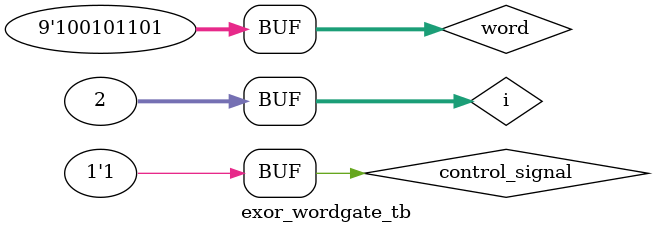
<source format=v>
module exor_wordgate( //the 9-bit EXOR wordgate used for implementing subtraction (9 is the maximum number of bits that we are going to use)
input [8:0]word,
input control_signal,
output [8:0]o
);

assign o=word^{9{control_signal}};

endmodule

module exor_wordgate_tb();

reg [8:0]word;
reg control_signal;
wire [8:0]o;

exor_wordgate DUT_EXOR(.word(word), .control_signal(control_signal), .o(o));

integer i;

initial begin
word=9'b100101101;
for(i=0;i<=1;i=i+1)
begin
	control_signal=i;
	#100;
end
end

endmodule

</source>
